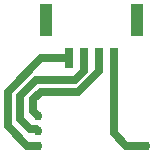
<source format=gbl>
G04 Layer: BottomLayer*
G04 EasyEDA v6.5.34, 2024-07-20 14:38:50*
G04 d238affa5e1f45398f1abd9929531197,9f2f25eebc5e4964923e048cec00becc,10*
G04 Gerber Generator version 0.2*
G04 Scale: 100 percent, Rotated: No, Reflected: No *
G04 Dimensions in inches *
G04 leading zeros omitted , absolute positions ,3 integer and 6 decimal *
%FSLAX36Y36*%
%MOIN*%

%AMMACRO1*21,1,$1,$2,0,0,$3*%
%ADD10C,0.0250*%
%ADD11MACRO1,0.0236X0.067X0.0000*%
%ADD12MACRO1,0.0394X0.1063X0.0000*%
%ADD13C,0.0300*%

%LPD*%
D10*
X73800Y216999D02*
G01*
X73800Y-33800D01*
X115000Y-75000D01*
X180000Y-75000D01*
X24600Y216999D02*
G01*
X24600Y174600D01*
X-45000Y105000D01*
X-170000Y105000D01*
X-195000Y80000D01*
X-195000Y40000D01*
X-180000Y25000D01*
X-73800Y216999D02*
G01*
X-168000Y216999D01*
X-280000Y105000D01*
X-280000Y-10000D01*
X-215000Y-75000D01*
X-180000Y-75000D01*
X-24600Y216999D02*
G01*
X-24600Y175399D01*
X-55000Y145000D01*
X-185000Y145000D01*
X-240000Y90000D01*
X-240000Y15000D01*
X-205000Y-20000D01*
X-185000Y-20000D01*
X-180000Y-25000D01*
D11*
G01*
X-24609Y217008D03*
G01*
X-73808Y217008D03*
D12*
G01*
X150583Y342995D03*
G01*
X-150587Y342996D03*
D11*
G01*
X24604Y217008D03*
G01*
X73815Y217008D03*
D13*
G01*
X-180000Y25000D03*
G01*
X-180000Y-25000D03*
G01*
X-180000Y-75000D03*
G01*
X180000Y-75000D03*
M02*

</source>
